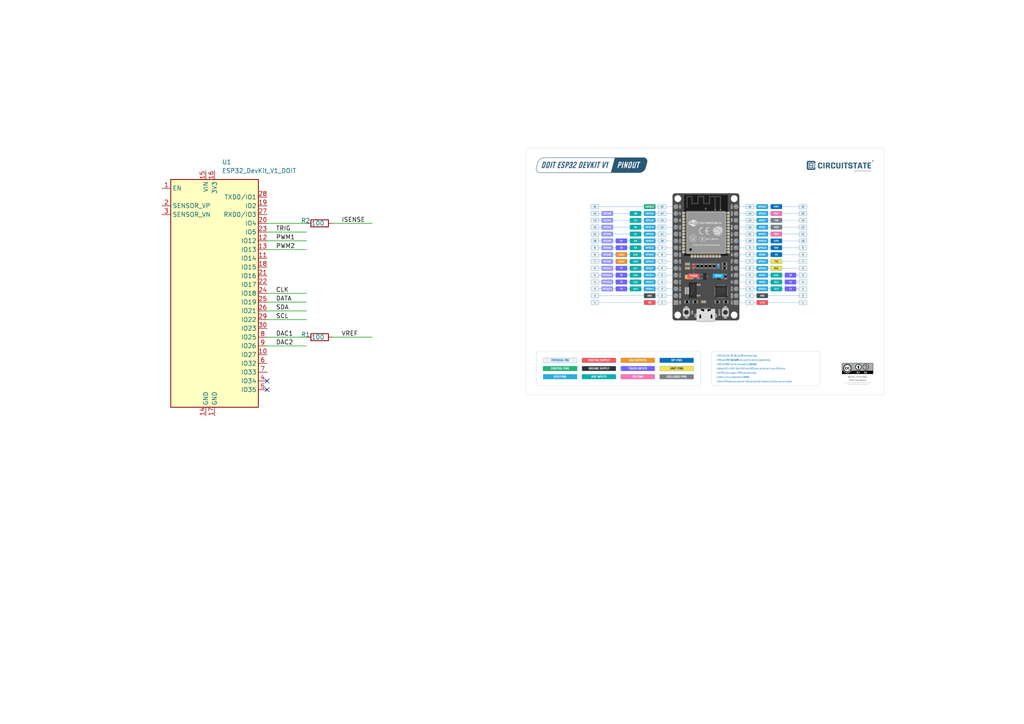
<source format=kicad_sch>
(kicad_sch (version 20250114) (generator "eeschema") (generator_version "9.0")
  (paper "A4")
  (lib_symbols
    (symbol "Device:R" (pin_numbers (hide yes)) (pin_names (offset 0))
      (property "Reference" "R" (at 2.032 0 90))
      (property "Value" "R" (at 0 0 90))
      (symbol "R_0_1"
        (rectangle (start -1.016 -2.54) (end 1.016 2.54) (stroke (width 0.254)))
      )
      (symbol "R_1_1"
        (pin passive line (at 0 3.81 270) (length 1.27) (name "~") (number "1"))
        (pin passive line (at 0 -3.81 90) (length 1.27) (name "~") (number "2"))
      )
    )
    (symbol "esp32_devkit_v1_doit:ESP32_DevKit_V1_DOIT"
      (property "Reference" "U" (at -11.43 34.29 0))
      (property "Value" "ESP32_DevKit_V1_DOIT" (at 11.43 34.29 0))
      (symbol "ESP32_DevKit_V1_DOIT_1_1"
        (rectangle (start -12.7 33.02) (end 12.7 -33.02) (stroke (width 0.254)) (fill (type background)))
        (pin input line (at -15.24 30.48 0) (length 2.54) (name "EN") (number "1"))
        (pin input line (at -15.24 25.4 0) (length 2.54) (name "SENSOR_VP") (number "2"))
        (pin input line (at -15.24 22.86 0) (length 2.54) (name "SENSOR_VN") (number "3"))
        (pin power_in line (at -2.54 35.56 270) (length 2.54) (name "VIN") (number "15"))
        (pin power_in line (at -2.54 -35.56 90) (length 2.54) (name "GND") (number "14"))
        (pin power_in line (at 0 35.56 270) (length 2.54) (name "3V3") (number "16"))
        (pin power_in line (at 0 -35.56 90) (length 2.54) (name "GND") (number "17"))
        (pin bidirectional line (at 15.24 27.94 180) (length 2.54) (name "TXD0/IO1") (number "28"))
        (pin bidirectional line (at 15.24 25.4 180) (length 2.54) (name "IO2") (number "19"))
        (pin bidirectional line (at 15.24 22.86 180) (length 2.54) (name "RXD0/IO3") (number "27"))
        (pin bidirectional line (at 15.24 20.32 180) (length 2.54) (name "IO4") (number "20"))
        (pin bidirectional line (at 15.24 17.78 180) (length 2.54) (name "IO5") (number "23"))
        (pin bidirectional line (at 15.24 15.24 180) (length 2.54) (name "IO12") (number "12"))
        (pin bidirectional line (at 15.24 12.7 180) (length 2.54) (name "IO13") (number "13"))
        (pin bidirectional line (at 15.24 10.16 180) (length 2.54) (name "IO14") (number "11"))
        (pin bidirectional line (at 15.24 7.62 180) (length 2.54) (name "IO15") (number "18"))
        (pin bidirectional line (at 15.24 5.08 180) (length 2.54) (name "IO16") (number "21"))
        (pin bidirectional line (at 15.24 2.54 180) (length 2.54) (name "IO17") (number "22"))
        (pin bidirectional line (at 15.24 0 180) (length 2.54) (name "IO18") (number "24"))
        (pin bidirectional line (at 15.24 -2.54 180) (length 2.54) (name "IO19") (number "25"))
        (pin bidirectional line (at 15.24 -5.08 180) (length 2.54) (name "IO21") (number "26"))
        (pin bidirectional line (at 15.24 -7.62 180) (length 2.54) (name "IO22") (number "29"))
        (pin bidirectional line (at 15.24 -10.16 180) (length 2.54) (name "IO23") (number "30"))
        (pin bidirectional line (at 15.24 -12.7 180) (length 2.54) (name "IO25") (number "8"))
        (pin bidirectional line (at 15.24 -15.24 180) (length 2.54) (name "IO26") (number "9"))
        (pin bidirectional line (at 15.24 -17.78 180) (length 2.54) (name "IO27") (number "10"))
        (pin bidirectional line (at 15.24 -20.32 180) (length 2.54) (name "IO32") (number "6"))
        (pin bidirectional line (at 15.24 -22.86 180) (length 2.54) (name "IO33") (number "7"))
        (pin input line (at 15.24 -25.4 180) (length 2.54) (name "IO34") (number "4"))
        (pin input line (at 15.24 -27.94 180) (length 2.54) (name "IO35") (number "5"))
      )
    )
  )
  (no_connect (at 77.47 110.49))
  (no_connect (at 77.47 113.03))
  (wire (pts (xy 77.47 90.17) (xy 88.9 90.17)))
  (wire (pts (xy 77.47 85.09) (xy 88.9 85.09)))
  (wire (pts (xy 77.47 67.31) (xy 88.9 67.31)))
  (wire (pts (xy 77.47 92.71) (xy 88.9 92.71)))
  (wire (pts (xy 77.47 72.39) (xy 88.9 72.39)))
  (wire (pts (xy 77.47 100.33) (xy 88.9 100.33)))
  (wire (pts (xy 96.52 97.79) (xy 107.95 97.79)))
  (wire (pts (xy 77.47 69.85) (xy 88.9 69.85)))
  (wire (pts (xy 77.47 64.77) (xy 88.9 64.77)))
  (wire (pts (xy 77.47 97.79) (xy 88.9 97.79)))
  (wire (pts (xy 96.52 64.77) (xy 107.95 64.77)))
  (wire (pts (xy 77.47 87.63) (xy 88.9 87.63)))
  (image (at 204.47 78.74))
  (label "DAC2" (at 80.01 100.33 0))
  (label "DAC1" (at 80.01 97.79 0))
  (label "DATA" (at 80.01 87.63 0))
  (label "TRIG" (at 80.01 67.31 0))
  (label "SDA" (at 80.01 90.17 0))
  (label "PWM2" (at 80.01 72.39 0))
  (label "CLK" (at 80.01 85.09 0))
  (label "VREF" (at 99.06 97.79 0))
  (label "SCL" (at 80.01 92.71 0))
  (label "ISENSE" (at 99.06 64.77 0))
  (label "PWM1" (at 80.01 69.85 0))
  (symbol (lib_id "Device:R") (at 92.71 64.77 270) (unit 1)
    (property "Reference" "R2" (at 88.646 64.008 90))
    (property "Value" "100" (at 92.202 64.77 90))
    (property "Description" "Resistor" (effects (hide yes)))
  )
  (symbol (lib_id "Device:R") (at 92.71 97.79 270) (unit 1)
    (property "Reference" "R1" (at 88.646 97.028 90))
    (property "Value" "100" (at 92.202 97.79 90))
    (property "Description" "Resistor" (effects (hide yes)))
  )
  (symbol (lib_id "esp32_devkit_v1_doit:ESP32_DevKit_V1_DOIT") (at 62.23 85.09 0) (unit 1)
    (property "Reference" "U1" (at 64.3733 46.99 0) (effects (justify left)))
    (property "Value" "ESP32_DevKit_V1_DOIT" (at 64.3733 49.53 0) (effects (justify left)))
    (property "Footprint" "Personal:esp32_devkit_v1_doit" (effects (hide yes)))
    (property "Description" "32-bit microcontroller module with WiFi and Bluetooth" (effects (hide yes)))
  )
)
</source>
